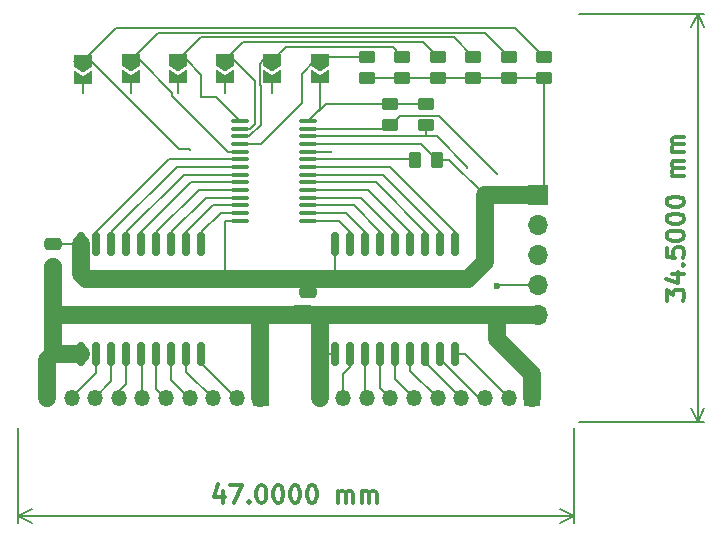
<source format=gbr>
%TF.GenerationSoftware,KiCad,Pcbnew,8.0.4*%
%TF.CreationDate,2024-09-01T22:57:30-05:00*%
%TF.ProjectId,Haptics PWM module,48617074-6963-4732-9050-574d206d6f64,rev?*%
%TF.SameCoordinates,Original*%
%TF.FileFunction,Copper,L1,Top*%
%TF.FilePolarity,Positive*%
%FSLAX46Y46*%
G04 Gerber Fmt 4.6, Leading zero omitted, Abs format (unit mm)*
G04 Created by KiCad (PCBNEW 8.0.4) date 2024-09-01 22:57:30*
%MOMM*%
%LPD*%
G01*
G04 APERTURE LIST*
G04 Aperture macros list*
%AMRoundRect*
0 Rectangle with rounded corners*
0 $1 Rounding radius*
0 $2 $3 $4 $5 $6 $7 $8 $9 X,Y pos of 4 corners*
0 Add a 4 corners polygon primitive as box body*
4,1,4,$2,$3,$4,$5,$6,$7,$8,$9,$2,$3,0*
0 Add four circle primitives for the rounded corners*
1,1,$1+$1,$2,$3*
1,1,$1+$1,$4,$5*
1,1,$1+$1,$6,$7*
1,1,$1+$1,$8,$9*
0 Add four rect primitives between the rounded corners*
20,1,$1+$1,$2,$3,$4,$5,0*
20,1,$1+$1,$4,$5,$6,$7,0*
20,1,$1+$1,$6,$7,$8,$9,0*
20,1,$1+$1,$8,$9,$2,$3,0*%
%AMFreePoly0*
4,1,6,0.500000,-0.750000,-0.650000,-0.750000,-0.150000,0.000000,-0.650000,0.750000,0.500000,0.750000,0.500000,-0.750000,0.500000,-0.750000,$1*%
%AMFreePoly1*
4,1,6,1.000000,0.000000,0.500000,-0.750000,-0.500000,-0.750000,-0.500000,0.750000,0.500000,0.750000,1.000000,0.000000,1.000000,0.000000,$1*%
G04 Aperture macros list end*
%ADD10C,0.300000*%
%TA.AperFunction,NonConductor*%
%ADD11C,0.300000*%
%TD*%
%TA.AperFunction,NonConductor*%
%ADD12C,0.200000*%
%TD*%
%TA.AperFunction,ComponentPad*%
%ADD13O,1.700000X1.700000*%
%TD*%
%TA.AperFunction,ComponentPad*%
%ADD14R,1.700000X1.700000*%
%TD*%
%TA.AperFunction,ComponentPad*%
%ADD15R,1.350000X1.350000*%
%TD*%
%TA.AperFunction,ComponentPad*%
%ADD16O,1.350000X1.350000*%
%TD*%
%TA.AperFunction,SMDPad,CuDef*%
%ADD17RoundRect,0.100000X-0.637500X-0.100000X0.637500X-0.100000X0.637500X0.100000X-0.637500X0.100000X0*%
%TD*%
%TA.AperFunction,SMDPad,CuDef*%
%ADD18RoundRect,0.150000X-0.150000X0.875000X-0.150000X-0.875000X0.150000X-0.875000X0.150000X0.875000X0*%
%TD*%
%TA.AperFunction,SMDPad,CuDef*%
%ADD19RoundRect,0.250000X-0.450000X0.262500X-0.450000X-0.262500X0.450000X-0.262500X0.450000X0.262500X0*%
%TD*%
%TA.AperFunction,SMDPad,CuDef*%
%ADD20RoundRect,0.250000X-0.262500X-0.450000X0.262500X-0.450000X0.262500X0.450000X-0.262500X0.450000X0*%
%TD*%
%TA.AperFunction,SMDPad,CuDef*%
%ADD21FreePoly0,270.000000*%
%TD*%
%TA.AperFunction,SMDPad,CuDef*%
%ADD22FreePoly1,270.000000*%
%TD*%
%TA.AperFunction,SMDPad,CuDef*%
%ADD23RoundRect,0.250000X-0.475000X0.250000X-0.475000X-0.250000X0.475000X-0.250000X0.475000X0.250000X0*%
%TD*%
%TA.AperFunction,ViaPad*%
%ADD24C,0.300000*%
%TD*%
%TA.AperFunction,ViaPad*%
%ADD25C,0.600000*%
%TD*%
%TA.AperFunction,Conductor*%
%ADD26C,0.200000*%
%TD*%
%TA.AperFunction,Conductor*%
%ADD27C,1.500000*%
%TD*%
%TA.AperFunction,Conductor*%
%ADD28C,1.490000*%
%TD*%
G04 APERTURE END LIST*
D10*
D11*
X97285716Y-152878328D02*
X97285716Y-153878328D01*
X96928573Y-152306900D02*
X96571430Y-153378328D01*
X96571430Y-153378328D02*
X97500001Y-153378328D01*
X97928572Y-152378328D02*
X98928572Y-152378328D01*
X98928572Y-152378328D02*
X98285715Y-153878328D01*
X99500000Y-153735471D02*
X99571429Y-153806900D01*
X99571429Y-153806900D02*
X99500000Y-153878328D01*
X99500000Y-153878328D02*
X99428572Y-153806900D01*
X99428572Y-153806900D02*
X99500000Y-153735471D01*
X99500000Y-153735471D02*
X99500000Y-153878328D01*
X100500001Y-152378328D02*
X100642858Y-152378328D01*
X100642858Y-152378328D02*
X100785715Y-152449757D01*
X100785715Y-152449757D02*
X100857144Y-152521185D01*
X100857144Y-152521185D02*
X100928572Y-152664042D01*
X100928572Y-152664042D02*
X101000001Y-152949757D01*
X101000001Y-152949757D02*
X101000001Y-153306900D01*
X101000001Y-153306900D02*
X100928572Y-153592614D01*
X100928572Y-153592614D02*
X100857144Y-153735471D01*
X100857144Y-153735471D02*
X100785715Y-153806900D01*
X100785715Y-153806900D02*
X100642858Y-153878328D01*
X100642858Y-153878328D02*
X100500001Y-153878328D01*
X100500001Y-153878328D02*
X100357144Y-153806900D01*
X100357144Y-153806900D02*
X100285715Y-153735471D01*
X100285715Y-153735471D02*
X100214286Y-153592614D01*
X100214286Y-153592614D02*
X100142858Y-153306900D01*
X100142858Y-153306900D02*
X100142858Y-152949757D01*
X100142858Y-152949757D02*
X100214286Y-152664042D01*
X100214286Y-152664042D02*
X100285715Y-152521185D01*
X100285715Y-152521185D02*
X100357144Y-152449757D01*
X100357144Y-152449757D02*
X100500001Y-152378328D01*
X101928572Y-152378328D02*
X102071429Y-152378328D01*
X102071429Y-152378328D02*
X102214286Y-152449757D01*
X102214286Y-152449757D02*
X102285715Y-152521185D01*
X102285715Y-152521185D02*
X102357143Y-152664042D01*
X102357143Y-152664042D02*
X102428572Y-152949757D01*
X102428572Y-152949757D02*
X102428572Y-153306900D01*
X102428572Y-153306900D02*
X102357143Y-153592614D01*
X102357143Y-153592614D02*
X102285715Y-153735471D01*
X102285715Y-153735471D02*
X102214286Y-153806900D01*
X102214286Y-153806900D02*
X102071429Y-153878328D01*
X102071429Y-153878328D02*
X101928572Y-153878328D01*
X101928572Y-153878328D02*
X101785715Y-153806900D01*
X101785715Y-153806900D02*
X101714286Y-153735471D01*
X101714286Y-153735471D02*
X101642857Y-153592614D01*
X101642857Y-153592614D02*
X101571429Y-153306900D01*
X101571429Y-153306900D02*
X101571429Y-152949757D01*
X101571429Y-152949757D02*
X101642857Y-152664042D01*
X101642857Y-152664042D02*
X101714286Y-152521185D01*
X101714286Y-152521185D02*
X101785715Y-152449757D01*
X101785715Y-152449757D02*
X101928572Y-152378328D01*
X103357143Y-152378328D02*
X103500000Y-152378328D01*
X103500000Y-152378328D02*
X103642857Y-152449757D01*
X103642857Y-152449757D02*
X103714286Y-152521185D01*
X103714286Y-152521185D02*
X103785714Y-152664042D01*
X103785714Y-152664042D02*
X103857143Y-152949757D01*
X103857143Y-152949757D02*
X103857143Y-153306900D01*
X103857143Y-153306900D02*
X103785714Y-153592614D01*
X103785714Y-153592614D02*
X103714286Y-153735471D01*
X103714286Y-153735471D02*
X103642857Y-153806900D01*
X103642857Y-153806900D02*
X103500000Y-153878328D01*
X103500000Y-153878328D02*
X103357143Y-153878328D01*
X103357143Y-153878328D02*
X103214286Y-153806900D01*
X103214286Y-153806900D02*
X103142857Y-153735471D01*
X103142857Y-153735471D02*
X103071428Y-153592614D01*
X103071428Y-153592614D02*
X103000000Y-153306900D01*
X103000000Y-153306900D02*
X103000000Y-152949757D01*
X103000000Y-152949757D02*
X103071428Y-152664042D01*
X103071428Y-152664042D02*
X103142857Y-152521185D01*
X103142857Y-152521185D02*
X103214286Y-152449757D01*
X103214286Y-152449757D02*
X103357143Y-152378328D01*
X104785714Y-152378328D02*
X104928571Y-152378328D01*
X104928571Y-152378328D02*
X105071428Y-152449757D01*
X105071428Y-152449757D02*
X105142857Y-152521185D01*
X105142857Y-152521185D02*
X105214285Y-152664042D01*
X105214285Y-152664042D02*
X105285714Y-152949757D01*
X105285714Y-152949757D02*
X105285714Y-153306900D01*
X105285714Y-153306900D02*
X105214285Y-153592614D01*
X105214285Y-153592614D02*
X105142857Y-153735471D01*
X105142857Y-153735471D02*
X105071428Y-153806900D01*
X105071428Y-153806900D02*
X104928571Y-153878328D01*
X104928571Y-153878328D02*
X104785714Y-153878328D01*
X104785714Y-153878328D02*
X104642857Y-153806900D01*
X104642857Y-153806900D02*
X104571428Y-153735471D01*
X104571428Y-153735471D02*
X104499999Y-153592614D01*
X104499999Y-153592614D02*
X104428571Y-153306900D01*
X104428571Y-153306900D02*
X104428571Y-152949757D01*
X104428571Y-152949757D02*
X104499999Y-152664042D01*
X104499999Y-152664042D02*
X104571428Y-152521185D01*
X104571428Y-152521185D02*
X104642857Y-152449757D01*
X104642857Y-152449757D02*
X104785714Y-152378328D01*
X107071427Y-153878328D02*
X107071427Y-152878328D01*
X107071427Y-153021185D02*
X107142856Y-152949757D01*
X107142856Y-152949757D02*
X107285713Y-152878328D01*
X107285713Y-152878328D02*
X107499999Y-152878328D01*
X107499999Y-152878328D02*
X107642856Y-152949757D01*
X107642856Y-152949757D02*
X107714285Y-153092614D01*
X107714285Y-153092614D02*
X107714285Y-153878328D01*
X107714285Y-153092614D02*
X107785713Y-152949757D01*
X107785713Y-152949757D02*
X107928570Y-152878328D01*
X107928570Y-152878328D02*
X108142856Y-152878328D01*
X108142856Y-152878328D02*
X108285713Y-152949757D01*
X108285713Y-152949757D02*
X108357142Y-153092614D01*
X108357142Y-153092614D02*
X108357142Y-153878328D01*
X109071427Y-153878328D02*
X109071427Y-152878328D01*
X109071427Y-153021185D02*
X109142856Y-152949757D01*
X109142856Y-152949757D02*
X109285713Y-152878328D01*
X109285713Y-152878328D02*
X109499999Y-152878328D01*
X109499999Y-152878328D02*
X109642856Y-152949757D01*
X109642856Y-152949757D02*
X109714285Y-153092614D01*
X109714285Y-153092614D02*
X109714285Y-153878328D01*
X109714285Y-153092614D02*
X109785713Y-152949757D01*
X109785713Y-152949757D02*
X109928570Y-152878328D01*
X109928570Y-152878328D02*
X110142856Y-152878328D01*
X110142856Y-152878328D02*
X110285713Y-152949757D01*
X110285713Y-152949757D02*
X110357142Y-153092614D01*
X110357142Y-153092614D02*
X110357142Y-153878328D01*
D12*
X127000000Y-147500000D02*
X127000000Y-155586420D01*
X80000000Y-147500000D02*
X80000000Y-155586420D01*
X127000000Y-155000000D02*
X80000000Y-155000000D01*
X127000000Y-155000000D02*
X80000000Y-155000000D01*
X127000000Y-155000000D02*
X125873496Y-155586421D01*
X127000000Y-155000000D02*
X125873496Y-154413579D01*
X80000000Y-155000000D02*
X81126504Y-154413579D01*
X80000000Y-155000000D02*
X81126504Y-155586421D01*
D10*
D11*
X134878328Y-136749998D02*
X134878328Y-135821426D01*
X134878328Y-135821426D02*
X135449757Y-136321426D01*
X135449757Y-136321426D02*
X135449757Y-136107141D01*
X135449757Y-136107141D02*
X135521185Y-135964284D01*
X135521185Y-135964284D02*
X135592614Y-135892855D01*
X135592614Y-135892855D02*
X135735471Y-135821426D01*
X135735471Y-135821426D02*
X136092614Y-135821426D01*
X136092614Y-135821426D02*
X136235471Y-135892855D01*
X136235471Y-135892855D02*
X136306900Y-135964284D01*
X136306900Y-135964284D02*
X136378328Y-136107141D01*
X136378328Y-136107141D02*
X136378328Y-136535712D01*
X136378328Y-136535712D02*
X136306900Y-136678569D01*
X136306900Y-136678569D02*
X136235471Y-136749998D01*
X135378328Y-134535713D02*
X136378328Y-134535713D01*
X134806900Y-134892855D02*
X135878328Y-135249998D01*
X135878328Y-135249998D02*
X135878328Y-134321427D01*
X136235471Y-133749999D02*
X136306900Y-133678570D01*
X136306900Y-133678570D02*
X136378328Y-133749999D01*
X136378328Y-133749999D02*
X136306900Y-133821427D01*
X136306900Y-133821427D02*
X136235471Y-133749999D01*
X136235471Y-133749999D02*
X136378328Y-133749999D01*
X134878328Y-132321427D02*
X134878328Y-133035713D01*
X134878328Y-133035713D02*
X135592614Y-133107141D01*
X135592614Y-133107141D02*
X135521185Y-133035713D01*
X135521185Y-133035713D02*
X135449757Y-132892856D01*
X135449757Y-132892856D02*
X135449757Y-132535713D01*
X135449757Y-132535713D02*
X135521185Y-132392856D01*
X135521185Y-132392856D02*
X135592614Y-132321427D01*
X135592614Y-132321427D02*
X135735471Y-132249998D01*
X135735471Y-132249998D02*
X136092614Y-132249998D01*
X136092614Y-132249998D02*
X136235471Y-132321427D01*
X136235471Y-132321427D02*
X136306900Y-132392856D01*
X136306900Y-132392856D02*
X136378328Y-132535713D01*
X136378328Y-132535713D02*
X136378328Y-132892856D01*
X136378328Y-132892856D02*
X136306900Y-133035713D01*
X136306900Y-133035713D02*
X136235471Y-133107141D01*
X134878328Y-131321427D02*
X134878328Y-131178570D01*
X134878328Y-131178570D02*
X134949757Y-131035713D01*
X134949757Y-131035713D02*
X135021185Y-130964285D01*
X135021185Y-130964285D02*
X135164042Y-130892856D01*
X135164042Y-130892856D02*
X135449757Y-130821427D01*
X135449757Y-130821427D02*
X135806900Y-130821427D01*
X135806900Y-130821427D02*
X136092614Y-130892856D01*
X136092614Y-130892856D02*
X136235471Y-130964285D01*
X136235471Y-130964285D02*
X136306900Y-131035713D01*
X136306900Y-131035713D02*
X136378328Y-131178570D01*
X136378328Y-131178570D02*
X136378328Y-131321427D01*
X136378328Y-131321427D02*
X136306900Y-131464285D01*
X136306900Y-131464285D02*
X136235471Y-131535713D01*
X136235471Y-131535713D02*
X136092614Y-131607142D01*
X136092614Y-131607142D02*
X135806900Y-131678570D01*
X135806900Y-131678570D02*
X135449757Y-131678570D01*
X135449757Y-131678570D02*
X135164042Y-131607142D01*
X135164042Y-131607142D02*
X135021185Y-131535713D01*
X135021185Y-131535713D02*
X134949757Y-131464285D01*
X134949757Y-131464285D02*
X134878328Y-131321427D01*
X134878328Y-129892856D02*
X134878328Y-129749999D01*
X134878328Y-129749999D02*
X134949757Y-129607142D01*
X134949757Y-129607142D02*
X135021185Y-129535714D01*
X135021185Y-129535714D02*
X135164042Y-129464285D01*
X135164042Y-129464285D02*
X135449757Y-129392856D01*
X135449757Y-129392856D02*
X135806900Y-129392856D01*
X135806900Y-129392856D02*
X136092614Y-129464285D01*
X136092614Y-129464285D02*
X136235471Y-129535714D01*
X136235471Y-129535714D02*
X136306900Y-129607142D01*
X136306900Y-129607142D02*
X136378328Y-129749999D01*
X136378328Y-129749999D02*
X136378328Y-129892856D01*
X136378328Y-129892856D02*
X136306900Y-130035714D01*
X136306900Y-130035714D02*
X136235471Y-130107142D01*
X136235471Y-130107142D02*
X136092614Y-130178571D01*
X136092614Y-130178571D02*
X135806900Y-130249999D01*
X135806900Y-130249999D02*
X135449757Y-130249999D01*
X135449757Y-130249999D02*
X135164042Y-130178571D01*
X135164042Y-130178571D02*
X135021185Y-130107142D01*
X135021185Y-130107142D02*
X134949757Y-130035714D01*
X134949757Y-130035714D02*
X134878328Y-129892856D01*
X134878328Y-128464285D02*
X134878328Y-128321428D01*
X134878328Y-128321428D02*
X134949757Y-128178571D01*
X134949757Y-128178571D02*
X135021185Y-128107143D01*
X135021185Y-128107143D02*
X135164042Y-128035714D01*
X135164042Y-128035714D02*
X135449757Y-127964285D01*
X135449757Y-127964285D02*
X135806900Y-127964285D01*
X135806900Y-127964285D02*
X136092614Y-128035714D01*
X136092614Y-128035714D02*
X136235471Y-128107143D01*
X136235471Y-128107143D02*
X136306900Y-128178571D01*
X136306900Y-128178571D02*
X136378328Y-128321428D01*
X136378328Y-128321428D02*
X136378328Y-128464285D01*
X136378328Y-128464285D02*
X136306900Y-128607143D01*
X136306900Y-128607143D02*
X136235471Y-128678571D01*
X136235471Y-128678571D02*
X136092614Y-128750000D01*
X136092614Y-128750000D02*
X135806900Y-128821428D01*
X135806900Y-128821428D02*
X135449757Y-128821428D01*
X135449757Y-128821428D02*
X135164042Y-128750000D01*
X135164042Y-128750000D02*
X135021185Y-128678571D01*
X135021185Y-128678571D02*
X134949757Y-128607143D01*
X134949757Y-128607143D02*
X134878328Y-128464285D01*
X136378328Y-126178572D02*
X135378328Y-126178572D01*
X135521185Y-126178572D02*
X135449757Y-126107143D01*
X135449757Y-126107143D02*
X135378328Y-125964286D01*
X135378328Y-125964286D02*
X135378328Y-125750000D01*
X135378328Y-125750000D02*
X135449757Y-125607143D01*
X135449757Y-125607143D02*
X135592614Y-125535715D01*
X135592614Y-125535715D02*
X136378328Y-125535715D01*
X135592614Y-125535715D02*
X135449757Y-125464286D01*
X135449757Y-125464286D02*
X135378328Y-125321429D01*
X135378328Y-125321429D02*
X135378328Y-125107143D01*
X135378328Y-125107143D02*
X135449757Y-124964286D01*
X135449757Y-124964286D02*
X135592614Y-124892857D01*
X135592614Y-124892857D02*
X136378328Y-124892857D01*
X136378328Y-124178572D02*
X135378328Y-124178572D01*
X135521185Y-124178572D02*
X135449757Y-124107143D01*
X135449757Y-124107143D02*
X135378328Y-123964286D01*
X135378328Y-123964286D02*
X135378328Y-123750000D01*
X135378328Y-123750000D02*
X135449757Y-123607143D01*
X135449757Y-123607143D02*
X135592614Y-123535715D01*
X135592614Y-123535715D02*
X136378328Y-123535715D01*
X135592614Y-123535715D02*
X135449757Y-123464286D01*
X135449757Y-123464286D02*
X135378328Y-123321429D01*
X135378328Y-123321429D02*
X135378328Y-123107143D01*
X135378328Y-123107143D02*
X135449757Y-122964286D01*
X135449757Y-122964286D02*
X135592614Y-122892857D01*
X135592614Y-122892857D02*
X136378328Y-122892857D01*
D12*
X127500000Y-147000000D02*
X138086420Y-147000000D01*
X127500000Y-112500000D02*
X138086420Y-112500000D01*
X137500000Y-147000000D02*
X137500000Y-112500000D01*
X137500000Y-147000000D02*
X137500000Y-112500000D01*
X137500000Y-147000000D02*
X136913579Y-145873496D01*
X137500000Y-147000000D02*
X138086421Y-145873496D01*
X137500000Y-112500000D02*
X138086421Y-113626504D01*
X137500000Y-112500000D02*
X136913579Y-113626504D01*
D13*
%TO.P,J1,5,Pin_5*%
%TO.N,MCU_5V+*%
X124000000Y-138000000D03*
%TO.P,J1,4,Pin_4*%
%TO.N,MCU_3V3+*%
X124000000Y-135460000D03*
%TO.P,J1,3,Pin_3*%
%TO.N,MCU_SCL*%
X124000000Y-132920000D03*
%TO.P,J1,2,Pin_2*%
%TO.N,MCU_SDA*%
X124000000Y-130380000D03*
D14*
%TO.P,J1,1,Pin_1*%
%TO.N,MCU_GND*%
X124000000Y-127840000D03*
%TD*%
D15*
%TO.P,J3,1,Pin_1*%
%TO.N,MCU_5V+*%
X123500000Y-145000000D03*
D16*
%TO.P,J3,2,Pin_2*%
%TO.N,/M15*%
X121500000Y-145000000D03*
%TO.P,J3,3,Pin_3*%
%TO.N,/M14*%
X119500000Y-145000000D03*
%TO.P,J3,4,Pin_4*%
%TO.N,/M13*%
X117500000Y-145000000D03*
%TO.P,J3,5,Pin_5*%
%TO.N,/M12*%
X115500000Y-145000000D03*
%TO.P,J3,6,Pin_6*%
%TO.N,/M11*%
X113500000Y-145000000D03*
%TO.P,J3,7,Pin_7*%
%TO.N,/M10*%
X111500000Y-145000000D03*
%TO.P,J3,8,Pin_8*%
%TO.N,/M9*%
X109500000Y-145000000D03*
%TO.P,J3,9,Pin_9*%
%TO.N,/M8*%
X107500000Y-145000000D03*
%TO.P,J3,10,Pin_10*%
%TO.N,MCU_5V+*%
X105500000Y-145000000D03*
%TD*%
D15*
%TO.P,J2,1,Pin_1*%
%TO.N,MCU_5V+*%
X100500000Y-145000000D03*
D16*
%TO.P,J2,2,Pin_2*%
%TO.N,/M7*%
X98500000Y-145000000D03*
%TO.P,J2,3,Pin_3*%
%TO.N,/M6*%
X96500000Y-145000000D03*
%TO.P,J2,4,Pin_4*%
%TO.N,/M5*%
X94500000Y-145000000D03*
%TO.P,J2,5,Pin_5*%
%TO.N,/M4*%
X92500000Y-145000000D03*
%TO.P,J2,6,Pin_6*%
%TO.N,/M3*%
X90500000Y-145000000D03*
%TO.P,J2,7,Pin_7*%
%TO.N,/M2*%
X88500000Y-145000000D03*
%TO.P,J2,8,Pin_8*%
%TO.N,/M1*%
X86500000Y-145000000D03*
%TO.P,J2,9,Pin_9*%
%TO.N,/M0*%
X84500000Y-145000000D03*
%TO.P,J2,10,Pin_10*%
%TO.N,MCU_5V+*%
X82500000Y-145000000D03*
%TD*%
D17*
%TO.P,U3,1,A0*%
%TO.N,Net-(A3-A)*%
X98775000Y-121550000D03*
%TO.P,U3,2,A1*%
%TO.N,Net-(A2-A)*%
X98775000Y-122200000D03*
%TO.P,U3,3,A2*%
%TO.N,Net-(A1-A)*%
X98775000Y-122850000D03*
%TO.P,U3,4,A3*%
%TO.N,Net-(A0-A)*%
X98775000Y-123500000D03*
%TO.P,U3,5,A4*%
%TO.N,Net-(A4-A)*%
X98775000Y-124150000D03*
%TO.P,U3,6,LED0*%
%TO.N,/Signal0*%
X98775000Y-124800000D03*
%TO.P,U3,7,LED1*%
%TO.N,/Signal1*%
X98775000Y-125450000D03*
%TO.P,U3,8,LED2*%
%TO.N,/Signal2*%
X98775000Y-126100000D03*
%TO.P,U3,9,LED3*%
%TO.N,/Signal3*%
X98775000Y-126750000D03*
%TO.P,U3,10,LED4*%
%TO.N,/Signal4*%
X98775000Y-127400000D03*
%TO.P,U3,11,LED5*%
%TO.N,/Signal5*%
X98775000Y-128050000D03*
%TO.P,U3,12,LED6*%
%TO.N,/Signal6*%
X98775000Y-128700000D03*
%TO.P,U3,13,LED7*%
%TO.N,/Signal7*%
X98775000Y-129350000D03*
%TO.P,U3,14,VSS*%
%TO.N,MCU_GND*%
X98775000Y-130000000D03*
%TO.P,U3,15,LED8*%
%TO.N,/Signal8*%
X104500000Y-130000000D03*
%TO.P,U3,16,LED9*%
%TO.N,/Signal9*%
X104500000Y-129350000D03*
%TO.P,U3,17,LED10*%
%TO.N,/Signal10*%
X104500000Y-128700000D03*
%TO.P,U3,18,LED11*%
%TO.N,/Signal11*%
X104500000Y-128050000D03*
%TO.P,U3,19,LED12*%
%TO.N,/Signal12*%
X104500000Y-127400000D03*
%TO.P,U3,20,LED13*%
%TO.N,/Signal13*%
X104500000Y-126750000D03*
%TO.P,U3,21,LED14*%
%TO.N,/Signal14*%
X104500000Y-126100000D03*
%TO.P,U3,22,LED15*%
%TO.N,/Signal15*%
X104500000Y-125450000D03*
%TO.P,U3,23,~{OE}*%
%TO.N,Net-(U3-~{OE})*%
X104500000Y-124800000D03*
%TO.P,U3,24,A5*%
%TO.N,Net-(A5-A)*%
X104500000Y-124150000D03*
%TO.P,U3,25,EXTCLK*%
%TO.N,MCU_GND*%
X104500000Y-123500000D03*
%TO.P,U3,26,SCL*%
%TO.N,MCU_SCL*%
X104500000Y-122850000D03*
%TO.P,U3,27,SDA*%
%TO.N,MCU_SDA*%
X104500000Y-122200000D03*
%TO.P,U3,28,VDD*%
%TO.N,MCU_3V3+*%
X104500000Y-121550000D03*
%TD*%
D18*
%TO.P,U1,1,I1*%
%TO.N,/Signal7*%
X95500000Y-132000000D03*
%TO.P,U1,2,I2*%
%TO.N,/Signal6*%
X94230000Y-132000000D03*
%TO.P,U1,3,I3*%
%TO.N,/Signal5*%
X92960000Y-132000000D03*
%TO.P,U1,4,I4*%
%TO.N,/Signal4*%
X91690000Y-132000000D03*
%TO.P,U1,5,I5*%
%TO.N,/Signal3*%
X90420000Y-132000000D03*
%TO.P,U1,6,I6*%
%TO.N,/Signal2*%
X89150000Y-132000000D03*
%TO.P,U1,7,I7*%
%TO.N,/Signal1*%
X87880000Y-132000000D03*
%TO.P,U1,8,I8*%
%TO.N,/Signal0*%
X86610000Y-132000000D03*
%TO.P,U1,9,GND*%
%TO.N,MCU_GND*%
X85340000Y-132000000D03*
%TO.P,U1,10,COM*%
%TO.N,MCU_5V+*%
X85340000Y-141300000D03*
%TO.P,U1,11,O8*%
%TO.N,/M0*%
X86610000Y-141300000D03*
%TO.P,U1,12,O7*%
%TO.N,/M1*%
X87880000Y-141300000D03*
%TO.P,U1,13,O6*%
%TO.N,/M2*%
X89150000Y-141300000D03*
%TO.P,U1,14,O5*%
%TO.N,/M3*%
X90420000Y-141300000D03*
%TO.P,U1,15,O4*%
%TO.N,/M4*%
X91690000Y-141300000D03*
%TO.P,U1,16,O3*%
%TO.N,/M5*%
X92960000Y-141300000D03*
%TO.P,U1,17,O2*%
%TO.N,/M6*%
X94230000Y-141300000D03*
%TO.P,U1,18,O1*%
%TO.N,/M7*%
X95500000Y-141300000D03*
%TD*%
D19*
%TO.P,R9,2*%
%TO.N,MCU_SDA*%
X111500000Y-121912500D03*
%TO.P,R9,1*%
%TO.N,MCU_3V3+*%
X111500000Y-120087500D03*
%TD*%
%TO.P,R8,1*%
%TO.N,MCU_3V3+*%
X114500000Y-120087500D03*
%TO.P,R8,2*%
%TO.N,MCU_SCL*%
X114500000Y-121912500D03*
%TD*%
D20*
%TO.P,R7,2*%
%TO.N,MCU_GND*%
X115410815Y-124830109D03*
%TO.P,R7,1*%
%TO.N,Net-(U3-~{OE})*%
X113585815Y-124830109D03*
%TD*%
D19*
%TO.P,R6,1*%
%TO.N,Net-(A5-A)*%
X124500000Y-116087500D03*
%TO.P,R6,2*%
%TO.N,MCU_GND*%
X124500000Y-117912500D03*
%TD*%
%TO.P,R5,1*%
%TO.N,Net-(A4-A)*%
X121500000Y-116087500D03*
%TO.P,R5,2*%
%TO.N,MCU_GND*%
X121500000Y-117912500D03*
%TD*%
%TO.P,R4,2*%
%TO.N,MCU_GND*%
X109500000Y-117912500D03*
%TO.P,R4,1*%
%TO.N,Net-(A0-A)*%
X109500000Y-116087500D03*
%TD*%
%TO.P,R3,1*%
%TO.N,Net-(A1-A)*%
X112500000Y-116087500D03*
%TO.P,R3,2*%
%TO.N,MCU_GND*%
X112500000Y-117912500D03*
%TD*%
%TO.P,R2,1*%
%TO.N,Net-(A2-A)*%
X115500000Y-116087500D03*
%TO.P,R2,2*%
%TO.N,MCU_GND*%
X115500000Y-117912500D03*
%TD*%
D21*
%TO.P,A5,2,B*%
%TO.N,MCU_3V3+*%
X85500000Y-117912500D03*
D22*
%TO.P,A5,1,A*%
%TO.N,Net-(A5-A)*%
X85500000Y-116462500D03*
%TD*%
D21*
%TO.P,A4,2,B*%
%TO.N,MCU_3V3+*%
X89500000Y-117862500D03*
D22*
%TO.P,A4,1,A*%
%TO.N,Net-(A4-A)*%
X89500000Y-116412500D03*
%TD*%
D21*
%TO.P,A3,2,B*%
%TO.N,MCU_3V3+*%
X93500000Y-117862500D03*
D22*
%TO.P,A3,1,A*%
%TO.N,Net-(A3-A)*%
X93500000Y-116412500D03*
%TD*%
D21*
%TO.P,A2,2,B*%
%TO.N,MCU_3V3+*%
X97500000Y-117862500D03*
D22*
%TO.P,A2,1,A*%
%TO.N,Net-(A2-A)*%
X97500000Y-116412500D03*
%TD*%
D21*
%TO.P,A1,2,B*%
%TO.N,MCU_3V3+*%
X101500000Y-117862500D03*
D22*
%TO.P,A1,1,A*%
%TO.N,Net-(A1-A)*%
X101500000Y-116412500D03*
%TD*%
%TO.P,A0,1,A*%
%TO.N,Net-(A0-A)*%
X105500000Y-116412500D03*
D21*
%TO.P,A0,2,B*%
%TO.N,MCU_3V3+*%
X105500000Y-117862500D03*
%TD*%
D23*
%TO.P,C2,2*%
%TO.N,MCU_5V+*%
X104500000Y-137900000D03*
%TO.P,C2,1*%
%TO.N,MCU_GND*%
X104500000Y-136000000D03*
%TD*%
%TO.P,C1,1*%
%TO.N,MCU_GND*%
X82960000Y-132000000D03*
%TO.P,C1,2*%
%TO.N,MCU_5V+*%
X82960000Y-133900000D03*
%TD*%
D18*
%TO.P,U2,1,I1*%
%TO.N,/Signal15*%
X117000000Y-132000000D03*
%TO.P,U2,2,I2*%
%TO.N,/Signal14*%
X115730000Y-132000000D03*
%TO.P,U2,3,I3*%
%TO.N,/Signal13*%
X114460000Y-132000000D03*
%TO.P,U2,4,I4*%
%TO.N,/Signal12*%
X113190000Y-132000000D03*
%TO.P,U2,5,I5*%
%TO.N,/Signal11*%
X111920000Y-132000000D03*
%TO.P,U2,6,I6*%
%TO.N,/Signal10*%
X110650000Y-132000000D03*
%TO.P,U2,7,I7*%
%TO.N,/Signal9*%
X109380000Y-132000000D03*
%TO.P,U2,8,I8*%
%TO.N,/Signal8*%
X108110000Y-132000000D03*
%TO.P,U2,9,GND*%
%TO.N,MCU_GND*%
X106840000Y-132000000D03*
%TO.P,U2,10,COM*%
%TO.N,MCU_5V+*%
X106840000Y-141300000D03*
%TO.P,U2,11,O8*%
%TO.N,/M8*%
X108110000Y-141300000D03*
%TO.P,U2,12,O7*%
%TO.N,/M9*%
X109380000Y-141300000D03*
%TO.P,U2,13,O6*%
%TO.N,/M10*%
X110650000Y-141300000D03*
%TO.P,U2,14,O5*%
%TO.N,/M11*%
X111920000Y-141300000D03*
%TO.P,U2,15,O4*%
%TO.N,/M12*%
X113190000Y-141300000D03*
%TO.P,U2,16,O3*%
%TO.N,/M13*%
X114460000Y-141300000D03*
%TO.P,U2,17,O2*%
%TO.N,/M14*%
X115730000Y-141300000D03*
%TO.P,U2,18,O1*%
%TO.N,/M15*%
X117000000Y-141300000D03*
%TD*%
D19*
%TO.P,R1,2*%
%TO.N,MCU_GND*%
X118500000Y-117912500D03*
%TO.P,R1,1*%
%TO.N,Net-(A3-A)*%
X118500000Y-116087500D03*
%TD*%
D24*
%TO.N,Net-(A5-A)*%
X106500000Y-124150000D03*
X94500000Y-124000000D03*
%TO.N,MCU_SDA*%
X120500000Y-126000000D03*
%TO.N,MCU_SCL*%
X118000000Y-125500000D03*
D25*
%TO.N,MCU_3V3+*%
X120500000Y-135500000D03*
D24*
X105500000Y-119187500D03*
X101500000Y-119187500D03*
X97500000Y-119187500D03*
X89500000Y-119187500D03*
X93500000Y-119187500D03*
X85500000Y-119187500D03*
%TD*%
D26*
%TO.N,MCU_GND*%
X116479066Y-124830109D02*
X119500000Y-127851043D01*
X115410815Y-124830109D02*
X116479066Y-124830109D01*
X119500000Y-127851043D02*
X119511043Y-127840000D01*
D27*
X119511043Y-127840000D02*
X124000000Y-127840000D01*
X119500000Y-133500000D02*
X119500000Y-127851043D01*
X107000000Y-134920000D02*
X118080000Y-134920000D01*
X118080000Y-134920000D02*
X119500000Y-133500000D01*
X85760000Y-134920000D02*
X97500000Y-134920000D01*
X85340000Y-134500000D02*
X85760000Y-134920000D01*
X85340000Y-132000000D02*
X85340000Y-134500000D01*
D26*
X118500000Y-117912500D02*
X121500000Y-117912500D01*
%TO.N,Net-(A5-A)*%
X93588052Y-123911948D02*
X94411948Y-123911948D01*
X94411948Y-123911948D02*
X94500000Y-124000000D01*
X86138603Y-116462500D02*
X93588052Y-123911948D01*
D28*
%TO.N,MCU_5V+*%
X120500000Y-140000000D02*
X120500000Y-138000000D01*
X120500000Y-138000000D02*
X124000000Y-138000000D01*
X123500000Y-143000000D02*
X120500000Y-140000000D01*
X120000000Y-138000000D02*
X120500000Y-138000000D01*
X103600000Y-137900000D02*
X104500000Y-137900000D01*
D26*
X103500000Y-138000000D02*
X103600000Y-137900000D01*
%TO.N,MCU_SCL*%
X115437500Y-122850000D02*
X114500000Y-122850000D01*
X118000000Y-125412500D02*
X115437500Y-122850000D01*
X118000000Y-125500000D02*
X118000000Y-125412500D01*
%TO.N,MCU_SDA*%
X115600000Y-121100000D02*
X120500000Y-126000000D01*
X112312500Y-121100000D02*
X115600000Y-121100000D01*
X111500000Y-121912500D02*
X112312500Y-121100000D01*
%TO.N,MCU_3V3+*%
X111500000Y-120087500D02*
X114500000Y-120087500D01*
%TO.N,MCU_SCL*%
X114500000Y-122850000D02*
X114500000Y-121912500D01*
X104500000Y-122850000D02*
X114500000Y-122850000D01*
%TO.N,MCU_GND*%
X124500000Y-127340000D02*
X124000000Y-127840000D01*
X124500000Y-117912500D02*
X124500000Y-127340000D01*
X112500000Y-117912500D02*
X115500000Y-117912500D01*
X118500000Y-117912500D02*
X115500000Y-117912500D01*
X124500000Y-117912500D02*
X121500000Y-117912500D01*
X109500000Y-117912500D02*
X112500000Y-117912500D01*
%TO.N,Net-(A5-A)*%
X88287500Y-113675000D02*
X85500000Y-116462500D01*
X122087500Y-113675000D02*
X88287500Y-113675000D01*
X124500000Y-116087500D02*
X122087500Y-113675000D01*
%TO.N,Net-(A4-A)*%
X119487500Y-114075000D02*
X91837500Y-114075000D01*
X121500000Y-116087500D02*
X119487500Y-114075000D01*
X91837500Y-114075000D02*
X89500000Y-116412500D01*
%TO.N,Net-(A3-A)*%
X95437500Y-114475000D02*
X93500000Y-116412500D01*
X118500000Y-116087500D02*
X116887500Y-114475000D01*
X116887500Y-114475000D02*
X95437500Y-114475000D01*
%TO.N,Net-(A2-A)*%
X114287500Y-114875000D02*
X99037500Y-114875000D01*
X115500000Y-116087500D02*
X114287500Y-114875000D01*
X99037500Y-114875000D02*
X97500000Y-116412500D01*
%TO.N,Net-(A1-A)*%
X102637500Y-115275000D02*
X101500000Y-116412500D01*
X111687500Y-115275000D02*
X102637500Y-115275000D01*
X112500000Y-116087500D02*
X111687500Y-115275000D01*
%TO.N,Net-(A0-A)*%
X109500000Y-116087500D02*
X105825000Y-116087500D01*
X105825000Y-116087500D02*
X105500000Y-116412500D01*
%TO.N,MCU_3V3+*%
X106012500Y-120087500D02*
X111500000Y-120087500D01*
X104550000Y-121550000D02*
X106012500Y-120087500D01*
X104500000Y-121550000D02*
X104550000Y-121550000D01*
%TO.N,MCU_SDA*%
X111212500Y-122200000D02*
X111500000Y-121912500D01*
X104500000Y-122200000D02*
X111212500Y-122200000D01*
%TO.N,Net-(A5-A)*%
X104500000Y-124150000D02*
X106500000Y-124150000D01*
X84745000Y-116462500D02*
X86138603Y-116462500D01*
X85500000Y-116462500D02*
X84745000Y-116462500D01*
%TO.N,Net-(A4-A)*%
X97750000Y-124150000D02*
X98775000Y-124150000D01*
X93000000Y-119400000D02*
X97750000Y-124150000D01*
X93000000Y-119157500D02*
X93000000Y-119400000D01*
X90255000Y-116412500D02*
X93000000Y-119157500D01*
X89500000Y-116412500D02*
X90255000Y-116412500D01*
%TO.N,Net-(A3-A)*%
X96725000Y-119500000D02*
X98775000Y-121550000D01*
X95500000Y-117657500D02*
X95500000Y-119500000D01*
X95500000Y-119500000D02*
X96725000Y-119500000D01*
X94255000Y-116412500D02*
X95500000Y-117657500D01*
X93500000Y-116412500D02*
X94255000Y-116412500D01*
%TO.N,Net-(A2-A)*%
X100000000Y-121796813D02*
X99596813Y-122200000D01*
X98255000Y-116412500D02*
X100000000Y-118157500D01*
X100000000Y-118157500D02*
X100000000Y-121796813D01*
X99596813Y-122200000D02*
X98775000Y-122200000D01*
X97500000Y-116412500D02*
X98255000Y-116412500D01*
%TO.N,Net-(A1-A)*%
X100500000Y-121862499D02*
X99512499Y-122850000D01*
X100445000Y-116712500D02*
X100445000Y-118488836D01*
X100745000Y-116412500D02*
X100445000Y-116712500D01*
X101500000Y-116412500D02*
X100745000Y-116412500D01*
X100445000Y-118488836D02*
X100500000Y-118543836D01*
X100500000Y-118543836D02*
X100500000Y-121862499D01*
X99512499Y-122850000D02*
X98775000Y-122850000D01*
%TO.N,Net-(A0-A)*%
X100500000Y-123500000D02*
X98775000Y-123500000D01*
X104000000Y-117531164D02*
X104000000Y-120000000D01*
X105118664Y-116412500D02*
X104000000Y-117531164D01*
X105500000Y-116412500D02*
X105118664Y-116412500D01*
X104000000Y-120000000D02*
X100500000Y-123500000D01*
%TO.N,MCU_3V3+*%
X105500000Y-119000000D02*
X105500000Y-119187500D01*
X105500000Y-119000000D02*
X105500000Y-120550000D01*
X105500000Y-120550000D02*
X104500000Y-121550000D01*
X105500000Y-117862500D02*
X105500000Y-119000000D01*
X120540000Y-135460000D02*
X120500000Y-135500000D01*
X124000000Y-135460000D02*
X120540000Y-135460000D01*
X93500000Y-117862500D02*
X93500000Y-119137500D01*
X89500000Y-117862500D02*
X89500000Y-119137500D01*
D28*
%TO.N,MCU_5V+*%
X123500000Y-143000000D02*
X123500000Y-145000000D01*
D26*
%TO.N,MCU_GND*%
X98775000Y-130000000D02*
X97500000Y-130000000D01*
X97500000Y-130000000D02*
X97500000Y-134920000D01*
D27*
X103500000Y-134920000D02*
X97500000Y-134920000D01*
X107000000Y-134920000D02*
X103500000Y-134920000D01*
D26*
X106840000Y-132000000D02*
X106840000Y-134760000D01*
X106840000Y-134760000D02*
X107000000Y-134920000D01*
X104500000Y-136000000D02*
X104500000Y-134920000D01*
%TO.N,Net-(U3-~{OE})*%
X113555706Y-124800000D02*
X113585815Y-124830109D01*
X104500000Y-124800000D02*
X113555706Y-124800000D01*
%TO.N,/Signal0*%
X92785001Y-124800000D02*
X86610000Y-130975001D01*
X86610000Y-130975001D02*
X86610000Y-132000000D01*
X98775000Y-124800000D02*
X92785001Y-124800000D01*
%TO.N,/Signal1*%
X87880000Y-130975001D02*
X87880000Y-132000000D01*
X93405001Y-125450000D02*
X87880000Y-130975001D01*
X98775000Y-125450000D02*
X93405001Y-125450000D01*
%TO.N,/Signal2*%
X89150000Y-130975001D02*
X89150000Y-132000000D01*
X94025001Y-126100000D02*
X89150000Y-130975001D01*
X98775000Y-126100000D02*
X94025001Y-126100000D01*
%TO.N,/Signal3*%
X98775000Y-126750000D02*
X94645001Y-126750000D01*
X94645001Y-126750000D02*
X90420000Y-130975001D01*
X90420000Y-130975001D02*
X90420000Y-132000000D01*
%TO.N,/Signal4*%
X91690000Y-130975001D02*
X91690000Y-132000000D01*
X95265001Y-127400000D02*
X91690000Y-130975001D01*
X98775000Y-127400000D02*
X95265001Y-127400000D01*
%TO.N,/Signal5*%
X92960000Y-130975001D02*
X92960000Y-132000000D01*
X95885001Y-128050000D02*
X92960000Y-130975001D01*
X98775000Y-128050000D02*
X95885001Y-128050000D01*
%TO.N,/Signal6*%
X94230000Y-130975001D02*
X94230000Y-132000000D01*
X96505001Y-128700000D02*
X94230000Y-130975001D01*
X98775000Y-128700000D02*
X96505001Y-128700000D01*
%TO.N,/Signal7*%
X97125001Y-129350000D02*
X95500000Y-130975001D01*
X98775000Y-129350000D02*
X97125001Y-129350000D01*
X95500000Y-130975001D02*
X95500000Y-132000000D01*
%TO.N,/Signal15*%
X111474999Y-125450000D02*
X104500000Y-125450000D01*
X117000000Y-130975001D02*
X111474999Y-125450000D01*
X117000000Y-132000000D02*
X117000000Y-130975001D01*
%TO.N,/Signal14*%
X110854999Y-126100000D02*
X104500000Y-126100000D01*
X115730000Y-132000000D02*
X115730000Y-130975001D01*
X115730000Y-130975001D02*
X110854999Y-126100000D01*
%TO.N,/Signal13*%
X104500000Y-126750000D02*
X110234999Y-126750000D01*
X110234999Y-126750000D02*
X114460000Y-130975001D01*
X114460000Y-130975001D02*
X114460000Y-132000000D01*
%TO.N,/Signal12*%
X113190000Y-130975001D02*
X113190000Y-132000000D01*
X104500000Y-127400000D02*
X109614999Y-127400000D01*
X109614999Y-127400000D02*
X113190000Y-130975001D01*
%TO.N,/Signal11*%
X108994999Y-128050000D02*
X111920000Y-130975001D01*
X104500000Y-128050000D02*
X108994999Y-128050000D01*
X111920000Y-130975001D02*
X111920000Y-132000000D01*
%TO.N,/Signal10*%
X108374999Y-128700000D02*
X110650000Y-130975001D01*
X110650000Y-130975001D02*
X110650000Y-132000000D01*
X104500000Y-128700000D02*
X108374999Y-128700000D01*
%TO.N,/Signal9*%
X109380000Y-130975001D02*
X109380000Y-132000000D01*
X107754999Y-129350000D02*
X109380000Y-130975001D01*
X104500000Y-129350000D02*
X107754999Y-129350000D01*
%TO.N,/Signal8*%
X108110000Y-130975001D02*
X108110000Y-132000000D01*
X107134999Y-130000000D02*
X108110000Y-130975001D01*
X104500000Y-130000000D02*
X107134999Y-130000000D01*
%TO.N,MCU_5V+*%
X104500000Y-138000000D02*
X105000000Y-138000000D01*
D28*
X100460000Y-138000000D02*
X103500000Y-138000000D01*
D26*
%TO.N,/M8*%
X107500000Y-143000000D02*
X107500000Y-145000000D01*
X108110000Y-142390000D02*
X107500000Y-143000000D01*
X108110000Y-141300000D02*
X108110000Y-142390000D01*
%TO.N,/M9*%
X109380000Y-144880000D02*
X109500000Y-145000000D01*
X109380000Y-141300000D02*
X109380000Y-144880000D01*
%TO.N,/M10*%
X110650000Y-144150000D02*
X111500000Y-145000000D01*
X110650000Y-141300000D02*
X110650000Y-144150000D01*
%TO.N,/M11*%
X111920000Y-143420000D02*
X113500000Y-145000000D01*
X111920000Y-141300000D02*
X111920000Y-143420000D01*
%TO.N,/M12*%
X113190000Y-141300000D02*
X113190000Y-142690000D01*
X113190000Y-142690000D02*
X115500000Y-145000000D01*
%TO.N,/M13*%
X114460000Y-141960000D02*
X117500000Y-145000000D01*
X114460000Y-141300000D02*
X114460000Y-141960000D01*
%TO.N,/M14*%
X119034448Y-145000000D02*
X119500000Y-145000000D01*
X115730000Y-141695552D02*
X119034448Y-145000000D01*
X115730000Y-141300000D02*
X115730000Y-141695552D01*
%TO.N,/M15*%
X117800000Y-141300000D02*
X121500000Y-145000000D01*
X117000000Y-141300000D02*
X117800000Y-141300000D01*
%TO.N,MCU_5V+*%
X105700000Y-141300000D02*
X105500000Y-141500000D01*
X106840000Y-141300000D02*
X105700000Y-141300000D01*
%TO.N,MCU_GND*%
X106840000Y-132700000D02*
X106840000Y-131340000D01*
D28*
%TO.N,MCU_5V+*%
X105500000Y-138000000D02*
X120000000Y-138000000D01*
X105500000Y-141500000D02*
X105500000Y-138000000D01*
X105500000Y-145000000D02*
X105500000Y-141500000D01*
X104000000Y-138000000D02*
X105500000Y-138000000D01*
X100460000Y-138000000D02*
X100460000Y-145000000D01*
X82960000Y-138000000D02*
X100460000Y-138000000D01*
X82960000Y-138000000D02*
X82960000Y-141300000D01*
X82960000Y-133900000D02*
X82960000Y-138000000D01*
D26*
%TO.N,/M7*%
X95500000Y-142040000D02*
X95500000Y-141300000D01*
X98460000Y-145000000D02*
X95500000Y-142040000D01*
%TO.N,/M6*%
X94230000Y-142770000D02*
X94230000Y-141300000D01*
X96460000Y-145000000D02*
X94230000Y-142770000D01*
%TO.N,/M5*%
X92960000Y-143500000D02*
X92960000Y-141300000D01*
X94460000Y-145000000D02*
X92960000Y-143500000D01*
%TO.N,/M4*%
X91690000Y-144230000D02*
X91690000Y-141300000D01*
X92460000Y-145000000D02*
X91690000Y-144230000D01*
%TO.N,/M3*%
X90460000Y-141340000D02*
X90420000Y-141300000D01*
X90460000Y-145000000D02*
X90460000Y-141340000D01*
%TO.N,/M2*%
X89150000Y-143810000D02*
X89150000Y-141300000D01*
X88460000Y-144500000D02*
X89150000Y-143810000D01*
X88460000Y-145000000D02*
X88460000Y-144500000D01*
%TO.N,/M1*%
X87880000Y-143580000D02*
X87880000Y-141300000D01*
X86460000Y-145000000D02*
X87880000Y-143580000D01*
%TO.N,/M0*%
X86610000Y-142850000D02*
X86610000Y-141300000D01*
X84460000Y-145000000D02*
X86610000Y-142850000D01*
D28*
%TO.N,MCU_5V+*%
X82460000Y-141800000D02*
X82960000Y-141300000D01*
X82460000Y-145000000D02*
X82460000Y-141800000D01*
X85340000Y-141300000D02*
X82960000Y-141300000D01*
D26*
%TO.N,MCU_GND*%
X82960000Y-132000000D02*
X85340000Y-132000000D01*
%TO.N,MCU_3V3+*%
X97500000Y-117862500D02*
X97500000Y-119137500D01*
X101500000Y-119137500D02*
X101500000Y-117862500D01*
%TO.N,MCU_GND*%
X104500000Y-123500000D02*
X114080706Y-123500000D01*
X114080706Y-123500000D02*
X115410815Y-124830109D01*
%TO.N,MCU_3V3+*%
X85500000Y-117912500D02*
X85500000Y-119187500D01*
%TD*%
M02*

</source>
